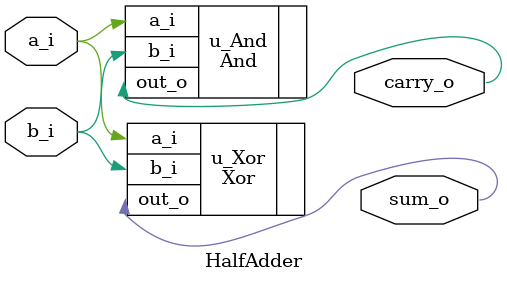
<source format=v>
/*  Computes the sum of two bits.

HalfAdder u_HalfAdder(
    .a_i(),
    .b_i(),
    .sum_o(),
    .carry_o()
);

*/


module HalfAdder(
    input wire a_i,
    input wire b_i,
    output wire sum_o,
    output wire carry_o
);

    Xor u_Xor(
        .a_i(a_i),
        .b_i(b_i),
        .out_o(sum_o)
    );
    
    And u_And(
        .a_i(a_i),
        .b_i(b_i),
        .out_o(carry_o)
    );

endmodule

</source>
